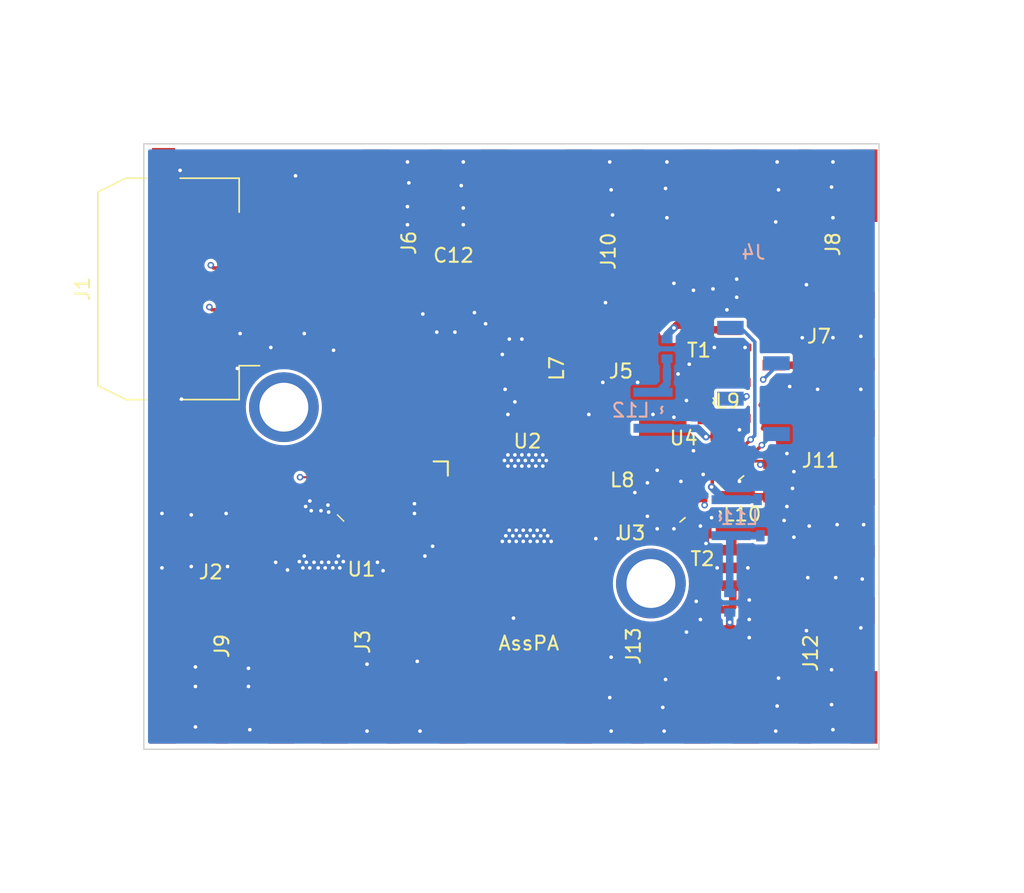
<source format=kicad_pcb>
(kicad_pcb (version 20211014) (generator pcbnew)

  (general
    (thickness 3.39)
  )

  (paper "A4")
  (layers
    (0 "F.Cu" mixed)
    (1 "In1.Cu" signal)
    (2 "In2.Cu" signal)
    (31 "B.Cu" mixed)
    (35 "F.Paste" user)
    (36 "B.SilkS" user "B.Silkscreen")
    (37 "F.SilkS" user "F.Silkscreen")
    (38 "B.Mask" user)
    (39 "F.Mask" user)
    (44 "Edge.Cuts" user)
    (45 "Margin" user)
    (46 "B.CrtYd" user "B.Courtyard")
    (47 "F.CrtYd" user "F.Courtyard")
    (48 "B.Fab" user)
    (49 "F.Fab" user)
  )

  (setup
    (stackup
      (layer "F.SilkS" (type "Top Silk Screen"))
      (layer "F.Paste" (type "Top Solder Paste"))
      (layer "F.Mask" (type "Top Solder Mask") (thickness 0.01))
      (layer "F.Cu" (type "copper") (thickness 0.035))
      (layer "dielectric 1" (type "core") (thickness 0.21) (material "FR4") (epsilon_r 4.5) (loss_tangent 0.02))
      (layer "In1.Cu" (type "copper") (thickness 0.035))
      (layer "dielectric 2" (type "prepreg") (thickness 1.51) (material "FR4") (epsilon_r 4.5) (loss_tangent 0.02))
      (layer "In2.Cu" (type "copper") (thickness 0.035))
      (layer "dielectric 3" (type "core") (thickness 1.51) (material "FR4") (epsilon_r 4.5) (loss_tangent 0.02))
      (layer "B.Cu" (type "copper") (thickness 0.035))
      (layer "B.Mask" (type "Bottom Solder Mask") (thickness 0.01))
      (layer "B.SilkS" (type "Bottom Silk Screen"))
      (copper_finish "None")
      (dielectric_constraints no)
    )
    (pad_to_mask_clearance 0)
    (aux_axis_origin 75 75)
    (pcbplotparams
      (layerselection 0x00010f8_ffffffff)
      (disableapertmacros false)
      (usegerberextensions false)
      (usegerberattributes true)
      (usegerberadvancedattributes true)
      (creategerberjobfile true)
      (svguseinch false)
      (svgprecision 6)
      (excludeedgelayer true)
      (plotframeref false)
      (viasonmask false)
      (mode 1)
      (useauxorigin false)
      (hpglpennumber 1)
      (hpglpenspeed 20)
      (hpglpendiameter 15.000000)
      (dxfpolygonmode true)
      (dxfimperialunits true)
      (dxfusepcbnewfont true)
      (psnegative false)
      (psa4output false)
      (plotreference true)
      (plotvalue true)
      (plotinvisibletext false)
      (sketchpadsonfab false)
      (subtractmaskfromsilk false)
      (outputformat 1)
      (mirror false)
      (drillshape 0)
      (scaleselection 1)
      (outputdirectory "plot/")
    )
  )

  (net 0 "")
  (net 1 "+9V")
  (net 2 "/Driverbias")
  (net 3 "Net-(C5-Pad1)")
  (net 4 "Net-(C9-Pad1)")
  (net 5 "Net-(C5-Pad2)")
  (net 6 "Net-(C11-Pad1)")
  (net 7 "Net-(C6-Pad2)")
  (net 8 "/PAbias")
  (net 9 "+48V")
  (net 10 "Net-(C18-Pad1)")
  (net 11 "Net-(C13-Pad1)")
  (net 12 "Net-(C20-Pad1)")
  (net 13 "Net-(C14-Pad2)")
  (net 14 "Net-(C16-Pad2)")
  (net 15 "+3V3")
  (net 16 "Net-(C1-Pad1)")
  (net 17 "GND")
  (net 18 "Net-(C24-Pad1)")
  (net 19 "Net-(L5-Pad2)")
  (net 20 "Net-(C15-Pad1)")
  (net 21 "Net-(J11-Pad1)")
  (net 22 "Net-(J12-Pad1)")
  (net 23 "Net-(L2-Pad1)")
  (net 24 "Net-(L7-Pad2)")
  (net 25 "Net-(R4-Pad2)")
  (net 26 "Net-(R5-Pad2)")
  (net 27 "Net-(R10-Pad2)")
  (net 28 "Net-(R11-Pad2)")
  (net 29 "unconnected-(T1-Pad5)")
  (net 30 "unconnected-(T2-Pad5)")
  (net 31 "Net-(J2-Pad1)")
  (net 32 "unconnected-(U2-Pad4)")
  (net 33 "unconnected-(U2-Pad5)")
  (net 34 "Net-(U3-Pad6)")
  (net 35 "Net-(J8-Pad1)")
  (net 36 "unconnected-(U3-Pad15)")
  (net 37 "Net-(C21-Pad1)")
  (net 38 "Net-(C22-Pad1)")
  (net 39 "Net-(J6-Pad1)")
  (net 40 "Net-(J9-Pad1)")
  (net 41 "Net-(C23-Pad1)")
  (net 42 "Net-(C25-Pad1)")
  (net 43 "Net-(U4-Pad4)")
  (net 44 "Net-(J7-Pad1)")
  (net 45 "Net-(C26-Pad1)")
  (net 46 "Net-(J4-Pad5)")
  (net 47 "Net-(C27-Pad1)")
  (net 48 "Net-(C28-Pad1)")
  (net 49 "/RF3_R19")
  (net 50 "/RF1_R18")
  (net 51 "unconnected-(T3-Pad2)")
  (net 52 "unconnected-(T3-Pad4)")
  (net 53 "Net-(R3-Pad2)")

  (footprint "b_all:MACOM_LFQFN-16-1EP_3x3mm_smallPaste" (layer "F.Cu") (at 205.33 104.1 -90))

  (footprint "b_all:C603_NOpaste" (layer "F.Cu") (at 217.9 88.3 -90))

  (footprint "b_all:C603" (layer "F.Cu") (at 203.43 100.8))

  (footprint "b_all:C603_NOpaste" (layer "F.Cu") (at 232.8 110.6))

  (footprint "b_all:C805" (layer "F.Cu") (at 217.5 85.9 180))

  (footprint "b_all:C603_NOpaste" (layer "F.Cu") (at 215.4 100.8 180))

  (footprint "b_all:SquareAirCoil-1111SQ25-0908" (layer "F.Cu") (at 234.7 94.3 90))

  (footprint "b_all:C603_NOpaste" (layer "F.Cu") (at 197 114.1))

  (footprint "b_all:C603_NOpaste" (layer "F.Cu") (at 231.3 87 -90))

  (footprint "b_all:L0807_1p7mm" (layer "F.Cu") (at 225.1 99.7))

  (footprint "b_all:C603_NOpaste" (layer "F.Cu") (at 232.7 87 -90))

  (footprint "b_all:C603_NOpaste" (layer "F.Cu") (at 232.1 88.9))

  (footprint "b_all:C603_NOpaste" (layer "F.Cu") (at 238 100))

  (footprint "b_all:MiniCircuits_AT224-1A" (layer "F.Cu") (at 211.6 100.7 -90))

  (footprint "b_all:C603_NOpaste" (layer "F.Cu") (at 219.4 88.5 -90))

  (footprint "b_all:C603_NOpaste" (layer "F.Cu") (at 234.6 110 90))

  (footprint "b_all:C603_NOpaste" (layer "F.Cu") (at 235.8 86.3))

  (footprint "b_all:C603_NOpaste" (layer "F.Cu") (at 238 103.6))

  (footprint "b_all:C603_NOpaste" (layer "F.Cu") (at 238 101.2))

  (footprint "b_all:SMA_Edge_062_p9mm" (layer "F.Cu") (at 195.7 104.4 90))

  (footprint "b_all:C603_NOpaste" (layer "F.Cu") (at 231.8 93.1 180))

  (footprint "b_all:C603_NOpaste" (layer "F.Cu") (at 238.5 109.9 90))

  (footprint "b_all:QFN-16-1EP_3x3mm_P0.5mm_EP.9x.9mm" (layer "F.Cu") (at 234.1 98.4 180))

  (footprint "b_all:C603_NOpaste" (layer "F.Cu") (at 236.7 109.3))

  (footprint "b_all:C603_NOpaste" (layer "F.Cu") (at 232.8 109.4))

  (footprint "b_all:L_Coilcraft_4310LC" (layer "F.Cu") (at 222.3 91.8 -90))

  (footprint "b_all:SMA_Edge_062_p9mm" (layer "F.Cu") (at 242.3 91.7 -90))

  (footprint "b_all:C603_NOpaste" (layer "F.Cu") (at 226.8 98 90))

  (footprint "b_all:L805_NOpaste" (layer "F.Cu") (at 208.03 102.1625 90))

  (footprint "b_all:C603_NOpaste" (layer "F.Cu") (at 238 98.8))

  (footprint "b_all:SMA_Edge_062_p9mm" (layer "F.Cu") (at 242.3 105.1 -90))

  (footprint "b_all:SMA_Edge_062_p9mm" (layer "F.Cu") (at 213.5 79))

  (footprint "b_all:C603_NOpaste" (layer "F.Cu") (at 217.4 90.1))

  (footprint "b_all:C603_NOpaste" (layer "F.Cu") (at 226.5 101.7))

  (footprint "b_all:SMA_Edge_062_p9mm" (layer "F.Cu") (at 228 116.2 180))

  (footprint "b_all:R805" (layer "F.Cu") (at 216.7 96.7 -90))

  (footprint "b_all:C603_NOpaste" (layer "F.Cu") (at 208.33 104.42))

  (footprint "b_all:C603_NOpaste" (layer "F.Cu") (at 202.83 105.1 -90))

  (footprint "b_all:C603" (layer "F.Cu") (at 202.83 102.6 90))

  (footprint "b_all:C603" (layer "F.Cu") (at 205.83 100.4 180))

  (footprint "b_all:C603_NOpaste" (layer "F.Cu") (at 231.9 95.6 180))

  (footprint "b_all:C603_NOpaste" (layer "F.Cu") (at 210.13 105.22 -90))

  (footprint "b_all:SMA_Edge_062_p9mm" (layer "F.Cu") (at 240 116.2 180))

  (footprint "b_all:C603_NOpaste" (layer "F.Cu") (at 212.53 104.12 -90))

  (footprint "b_all:SMA_Edge_062_p9mm" (layer "F.Cu") (at 228 79))

  (footprint "b_all:QORVO_DFN-8-1EP_6X5MM_P1.27_EP4X4MM" (layer "F.Cu") (at 220.1 101.3))

  (footprint "b_all:C603_NOpaste" (layer "F.Cu") (at 205.83 101.5 180))

  (footprint "b_all:QFN-16-1EP_3x3mm_P0.5mm_EP.9x.9mm" (layer "F.Cu") (at 229.9 101.4 180))

  (footprint "b_all:C603_NOpaste" (layer "F.Cu") (at 210.63 103.42))

  (footprint "b_all:C603_NOpaste" (layer "F.Cu") (at 235.8 87.6))

  (footprint "b_all:C603_NOpaste" (layer "F.Cu") (at 212.3 81.1))

  (footprint "b_all:C603_NOpaste" (layer "F.Cu") (at 201 104.4))

  (footprint "b_all:C603_NOpaste" (layer "F.Cu") (at 214.7 81.1 180))

  (footprint "b_all:Molex_Micro-Fit_3.0_43045-0810_2x04-1MP_P3.00mm_Horizontal_nopaste" (layer "F.Cu") (at 201.8 86.3 90))

  (footprint "b_all:C603_NOpaste" (layer "F.Cu") (at 225.8 103.5 -90))

  (footprint "b_all:R805" (layer "F.Cu") (at 216.5 92.3 -90))

  (footprint "b_all:SMA_Edge_062_p9mm" (layer "F.Cu") (at 210.5 116.2 180))

  (footprint "b_all:Mini-Circuits_RDC-20-52-10W" (layer "F.Cu") (at 236.4 106.3))

  (footprint "b_all:Mini-Circuits_RDC-20-52-10W" (layer "F.Cu") (at 236.2 90.5))

  (footprint "b_all:C603_NOpaste" (layer "F.Cu") (at 217.8 94.5))

  (footprint "b_all:UFL" (layer "F.Cu") (at 226.8 94.355))

  (footprint "b_all:C603_NOpaste" (layer "F.Cu")
    (tedit 61F315EC) (tstamp c4330bf7-08ae-4376-94bb-d21500e7975f)
    (at 215.4 101.9 180)
    (property "Sheetfile" "AssPA.kicad_sch")
    (property "Sheetname" "")
    (path "/0b94e472-012f-426a-b826-3bdc24605c23")
    (attr through_hole)
    (fp_text reference "R20" (at 0 -2.2) (layer "F.SilkS") hide
      (effects (font (size 1 1) (thickness 0.15)))
      (tstamp fc0cbdfd-6376-4669-b59f-893592630ee9)
    )
    (fp_text value "603" (at 0 1.9) (layer "F.Fab") hide
      (effects (font (size 1 1) (thickness 0.15)))
      (tstamp 8008b007-0b8c-4c59-bb3a-48f74b94456c)
    )
    (fp_text user "${REFERENCE}" (at 0 0) (layer "F.Fab")
      (effects (font (size 0.5 0.5) (thickness 0.09)))
      (tstamp a7b1ca32-8f2c-45e7-9cf0-a2c7636d48ec)
    )
    (fp_line (start -1.1 -0.5) (end -1.1 0.5) (layer "F.CrtYd") (width 0.12) (tstamp 0a05fe91-e9bf-4a8f-867a-e34490f31dd1))
    (fp_line (start -1.1 0.5) (end 1.1 0.5) (layer "F.CrtYd") (width 0.12) (tstamp 959b9e90-33e5-40d0-b8f9-53634ffec76c))
    (fp_line (start 1.1 -0.5) (end -1.1 -0.5) (layer "F.CrtYd") (width 0.12) (tstamp cafa2adb-69e9-4a89-8def-0735f66825f3))
    (fp_line (start 1.1 0.5) (end 1
... [385662 chars truncated]
</source>
